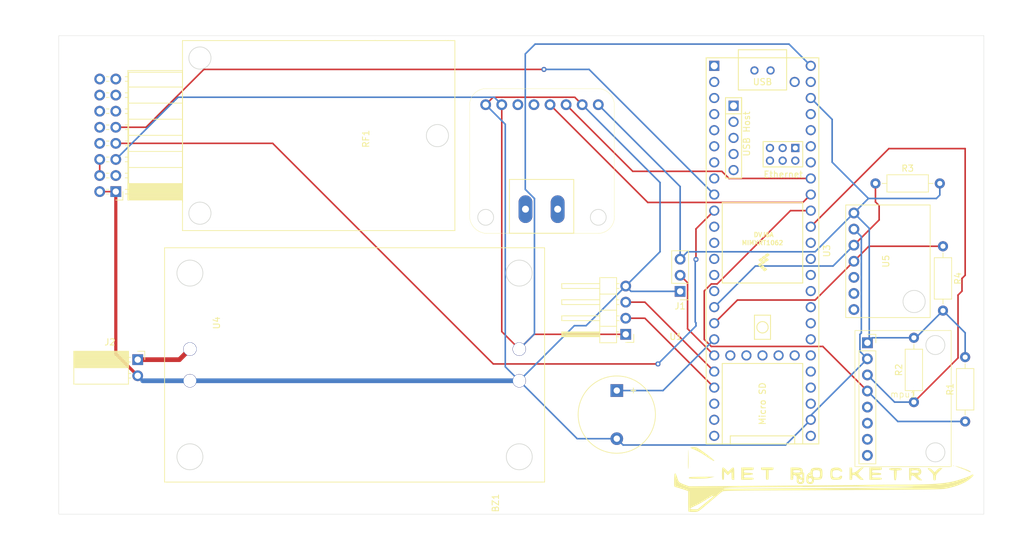
<source format=kicad_pcb>
(kicad_pcb (version 20240108) (generator "pcbnew") (generator_version "8.0")
  (title_block (title "Metrocketry PCB ") (date "2024-02-22") (rev "3") (company "Toronto Metropolitan University"))
  (layers (0 "F.Cu" signal) (31 "B.Cu" signal) (34 "B.Paste" user) (35 "F.Paste" user) (36 "B.SilkS" user "B.Silkscreen") (37 "F.SilkS" user "F.Silkscreen") (38 "B.Mask" user) (39 "F.Mask" user) (44 "Edge.Cuts" user))
  (net 0 "")
  (net 1 "GND")
  (net 2 "VCC")
  (net 3 "SCL1")
  (net 4 "SDA1")
  (net 5 "SCL")
  (net 6 "SDA")
  (net 7 "Net-(J2-Pin_1)")
  (net 8 "RX7")
  (net 9 "TX7")
  (net 10 "Net-(BZ1--)")
  (net 12 "Net-(J1-Pin_2)")
  (net 16 "SCL2")
  (net 17 "SDA2")
  (net 54 "T_VCC")
  (net 55 "RX2")
  (net 56 "TX2")
  (footprint "Resistor_THT:R_Axial_DIN0207_L6.3mm_D2.5mm_P10.16mm_Horizontal" (layer "F.Cu") (at 170.84 44)
    (property "Reference" "R3" (at 5.08 -2.37 0) (layer "F.SilkS"))
    (property "Value" "R-Device")
    (pad "1" thru_hole circle (at 0 0) (size 1.6 1.6) (drill 0.8) (layers "*.Cu" "*.Mask") (net 16 "SCL2"))
    (pad "2" thru_hole oval (at 10.16 0) (size 1.6 1.6) (drill 0.8) (layers "*.Cu" "*.Mask") (net 54 "T_VCC"))
  )
  (footprint "Resistor_THT:R_Axial_DIN0207_L6.3mm_D2.5mm_P10.16mm_Horizontal" (layer "F.Cu") (at 181.5 53.92 -90)
    (property "Reference" "R4" (at 5.08 -2.37 90) (layer "F.SilkS"))
    (property "Value" "R-Device")
    (pad "1" thru_hole circle (at 0 0 270) (size 1.6 1.6) (drill 0.8) (layers "*.Cu" "*.Mask") (net 17 "SDA2"))
    (pad "2" thru_hole oval (at 10.16 0 270) (size 1.6 1.6) (drill 0.8) (layers "*.Cu" "*.Mask") (net 54 "T_VCC"))
  )
  (footprint "Connector_PinSocket_2.54mm:PinSocket_1x02_P2.54mm_Horizontal" (layer "F.Cu") (at 54.360827 71.824495)
    (property "Reference" "J2" (at -4.38 -2.77 0) (layer "F.SilkS"))
    (property "Value" "battery_header")
    (pad "1" thru_hole rect (at 0 0) (size 1.7 1.7) (drill 1) (layers "*.Cu" "*.Mask") (net 7 "Net-(J2-Pin_1)"))
    (pad "2" thru_hole oval (at 0 2.54) (size 1.7 1.7) (drill 1) (layers "*.Cu" "*.Mask") (net 1 "GND"))
  )
  (footprint "teensy:Teensy41" (layer "F.Cu") (at 153.00386 54.643432 -90)
    (property "Reference" "U3" (at 0 -10.16 -90) (layer "F.SilkS"))
    (property "Value" "Teensy4.1")
    (fp_text user "Ethernet" (at -12.065 -3.2766 0) (layer "F.SilkS"))
    (fp_text user "USB Host" (at -18.4658 2.4892 -90) (layer "F.SilkS"))
    (fp_text user "MIMXRT1062" (at -1.27 0 180) (layer "F.SilkS") (effects (font (size 0.7 0.7))))
    (fp_text user "Micro SD" (at 24.13 0 -90) (layer "F.SilkS"))
    (fp_text user "USB" (at -26.67 0 180) (layer "F.SilkS"))
    (fp_text user "DVJ6A" (at -2.54 -0.18 180) (layer "F.SilkS") (effects (font (size 0.7 0.7))))
    (pad "+5V" thru_hole rect (at -22.9108 4.5692 270) (size 1.6 1.6) (drill 1.1) (layers "*.Cu" "*.Mask"))
    (pad "0" thru_hole circle (at -26.67 7.62 270) (size 1.6 1.6) (drill 1.1) (layers "*.Cu" "*.Mask"))
    (pad "1" thru_hole circle (at -24.13 7.62 270) (size 1.6 1.6) (drill 1.1) (layers "*.Cu" "*.Mask"))
    (pad "2" thru_hole circle (at -21.59 7.62 270) (size 1.6 1.6) (drill 1.1) (layers "*.Cu" "*.Mask"))
    (pad "3" thru_hole circle (at -19.05 7.62 270) (size 1.6 1.6) (drill 1.1) (layers "*.Cu" "*.Mask"))
    (pad "3.3V" thru_hole circle (at -24.13 -7.62 270) (size 1.6 1.6) (drill 1.1) (layers "*.Cu" "*.Mask"))
    (pad "3.3V" thru_hole circle (at 6.35 7.62 270) (size 1.6 1.6) (drill 1.1) (layers "*.Cu" "*.Mask"))
    (pad "3.3V" thru_hole circle (at 16.51 2.54 270) (size 1.6 1.6) (drill 1.1) (layers "*.Cu" "*.Mask"))
    (pad "4" thru_hole circle (at -16.51 7.62 270) (size 1.6 1.6) (drill 1.1) (layers "*.Cu" "*.Mask"))
    (pad "5" thru_hole circle (at -13.97 7.62 270) (size 1.6 1.6) (drill 1.1) (layers "*.Cu" "*.Mask"))
    (pad "6" thru_hole circle (at -11.43 7.62 270) (size 1.6 1.6) (drill 1.1) (layers "*.Cu" "*.Mask"))
    (pad "7" thru_hole circle (at -8.89 7.62 270) (size 1.6 1.6) (drill 1.1) (layers "*.Cu" "*.Mask") (net 55 "RX2"))
    (pad "8" thru_hole circle (at -6.35 7.62 270) (size 1.6 1.6) (drill 1.1) (layers "*.Cu" "*.Mask") (net 56 "TX2"))
    (pad "9" thru_hole circle (at -3.81 7.62 270) (size 1.6 1.6) (drill 1.1) (layers "*.Cu" "*.Mask"))
    (pad "10" thru_hole circle (at -1.27 7.62 270) (size 1.6 1.6) (drill 1.1) (layers "*.Cu" "*.Mask"))
    (pad "11" thru_hole circle (at 1.27 7.62 270) (size 1.6 1.6) (drill 1.1) (layers "*.Cu" "*.Mask"))
    (pad "12" thru_hole circle (at 3.81 7.62 270) (size 1.6 1.6) (drill 1.1) (layers "*.Cu" "*.Mask"))
    (pad "13" thru_hole circle (at 3.81 -7.62 270) (size 1.6 1.6) (drill 1.1) (layers "*.Cu" "*.Mask"))
    (pad "14" thru_hole circle (at 1.27 -7.62 270) (size 1.6 1.6) (drill 1.1) (layers "*.Cu" "*.Mask"))
    (pad "15" thru_hole circle (at -1.27 -7.62 270) (size 1.6 1.6) (drill 1.1) (layers "*.Cu" "*.Mask"))
    (pad "16" thru_hole circle (at -3.81 -7.62 270) (size 1.6 1.6) (drill 1.1) (layers "*.Cu" "*.Mask") (net 3 "SCL1"))
    (pad "17" thru_hole circle (at -6.35 -7.62 270) (size 1.6 1.6) (drill 1.1) (layers "*.Cu" "*.Mask") (net 4 "SDA1"))
    (pad "18" thru_hole circle (at -8.89 -7.62 270) (size 1.6 1.6) (drill 1.1) (layers "*.Cu" "*.Mask") (net 6 "SDA"))
    (pad "19" thru_hole circle (at -11.43 -7.62 270) (size 1.6 1.6) (drill 1.1) (layers "*.Cu" "*.Mask") (net 5 "SCL"))
    (pad "20" thru_hole circle (at -13.97 -7.62 270) (size 1.6 1.6) (drill 1.1) (layers "*.Cu" "*.Mask"))
    (pad "21" thru_hole circle (at -16.51 -7.62 270) (size 1.6 1.6) (drill 1.1) (layers "*.Cu" "*.Mask"))
    (pad "22" thru_hole circle (at -19.05 -7.62 270) (size 1.6 1.6) (drill 1.1) (layers "*.Cu" "*.Mask"))
    (pad "23" thru_hole circle (at -21.59 -7.62 270) (size 1.6 1.6) (drill 1.1) (layers "*.Cu" "*.Mask"))
    (pad "24" thru_hole circle (at 8.89 7.62 270) (size 1.6 1.6) (drill 1.1) (layers "*.Cu" "*.Mask") (net 16 "SCL2"))
    (pad "25" thru_hole circle (at 11.43 7.62 270) (size 1.6 1.6) (drill 1.1) (layers "*.Cu" "*.Mask") (net 17 "SDA2"))
    (pad "26" thru_hole circle (at 13.97 7.62 270) (size 1.6 1.6) (drill 1.1) (layers "*.Cu" "*.Mask") (net 10 "Net-(BZ1--)"))
    (pad "27" thru_hole circle (at 16.51 7.62 270) (size 1.6 1.6) (drill 1.1) (layers "*.Cu" "*.Mask") (net 12 "Net-(J1-Pin_2)"))
    (pad "28" thru_hole circle (at 19.05 7.62 270) (size 1.6 1.6) (drill 1.1) (layers "*.Cu" "*.Mask") (net 8 "RX7"))
    (pad "29" thru_hole circle (at 21.59 7.62 270) (size 1.6 1.6) (drill 1.1) (layers "*.Cu" "*.Mask") (net 9 "TX7"))
    (pad "30" thru_hole circle (at 24.13 7.62 270) (size 1.6 1.6) (drill 1.1) (layers "*.Cu" "*.Mask"))
    (pad "31" thru_hole circle (at 26.67 7.62 270) (size 1.6 1.6) (drill 1.1) (layers "*.Cu" "*.Mask"))
    (pad "32" thru_hole circle (at 29.21 7.62 270) (size 1.6 1.6) (drill 1.1) (layers "*.Cu" "*.Mask"))
    (pad "33" thru_hole circle (at 29.21 -7.62 270) (size 1.6 1.6) (drill 1.1) (layers "*.Cu" "*.Mask"))
    (pad "34" thru_hole circle (at 26.67 -7.62 270) (size 1.6 1.6) (drill 1.1) (layers "*.Cu" "*.Mask") (net 1 "GND"))
    (pad "35" thru_hole circle (at 24.13 -7.62 270) (size 1.6 1.6) (drill 1.1) (layers "*.Cu" "*.Mask"))
    (pad "36" thru_hole circle (at 21.59 -7.62 270) (size 1.6 1.6) (drill 1.1) (layers "*.Cu" "*.Mask"))
    (pad "37" thru_hole circle (at 19.05 -7.62 270) (size 1.6 1.6) (drill 1.1) (layers "*.Cu" "*.Mask"))
    (pad "38" thru_hole circle (at 16.51 -7.62 270) (size 1.6 1.6) (drill 1.1) (layers "*.Cu" "*.Mask"))
    (pad "39" thru_hole circle (at 13.97 -7.62 270) (size 1.6 1.6) (drill 1.1) (layers "*.Cu" "*.Mask"))
    (pad "40" thru_hole circle (at 11.43 -7.62 270) (size 1.6 1.6) (drill 1.1) (layers "*.Cu" "*.Mask"))
    (pad "41" thru_hole circle (at 8.89 -7.62 270) (size 1.6 1.6) (drill 1.1) (layers "*.Cu" "*.Mask"))
    (pad "49" thru_hole circle (at -26.67 -5.08 270) (size 1.6 1.6) (drill 1.1) (layers "*.Cu" "*.Mask"))
    (pad "66" thru_hole circle (at -28.48 -1.27 270) (size 1.3 1.3) (drill 0.8) (layers "*.Cu" "*.Mask"))
    (pad "67" thru_hole circle (at -28.48 1.27 270) (size 1.3 1.3) (drill 0.8) (layers "*.Cu" "*.Mask"))
    (pad "D+" thru_hole circle (at -17.8308 4.5692 270) (size 1.6 1.6) (drill 1.1) (layers "*.Cu" "*.Mask"))
    (pad "D-" thru_hole circle (at -20.3708 4.5692 270) (size 1.6 1.6) (drill 1.1) (layers "*.Cu" "*.Mask"))
    (pad "GND" thru_hole rect (at -29.21 7.62 270) (size 1.6 1.6) (drill 1.1) (layers "*.Cu" "*.Mask"))
    (pad "GND" thru_hole circle (at -26.67 -7.62 270) (size 1.6 1.6) (drill 1.1) (layers "*.Cu" "*.Mask"))
    (pad "GND" thru_hole circle (at -15.2908 4.5692 270) (size 1.6 1.6) (drill 1.1) (layers "*.Cu" "*.Mask"))
    (pad "GND" thru_hole circle (at -14.24 -3.1816 270) (size 1.3 1.3) (drill 0.8) (layers "*.Cu" "*.Mask"))
    (pad "GND" thru_hole circle (at -12.7508 4.5692 270) (size 1.6 1.6) (drill 1.1) (layers "*.Cu" "*.Mask"))
    (pad "GND" thru_hole circle (at 6.35 -7.62 270) (size 1.6 1.6) (drill 1.1) (layers "*.Cu" "*.Mask"))
    (pad "GND" thru_hole circle (at 16.51 0 270) (size 1.6 1.6) (drill 1.1) (layers "*.Cu" "*.Mask"))
    (pad "LED" thru_hole circle (at -16.24 -3.1816 270) (size 1.3 1.3) (drill 0.8) (layers "*.Cu" "*.Mask"))
    (pad "On/Off" thru_hole circle (at 16.51 -5.08 270) (size 1.6 1.6) (drill 1.1) (layers "*.Cu" "*.Mask"))
    (pad "Program" thru_hole circle (at 16.51 -2.54 270) (size 1.6 1.6) (drill 1.1) (layers "*.Cu" "*.Mask"))
    (pad "RX+" thru_hole rect (at -16.24 -5.1816 270) (size 1.3 1.3) (drill 0.8) (layers "*.Cu" "*.Mask"))
    (pad "RX-" thru_hole circle (at -14.24 -5.1816 270) (size 1.3 1.3) (drill 0.8) (layers "*.Cu" "*.Mask"))
    (pad "TX+" thru_hole circle (at -14.24 -1.1816 270) (size 1.3 1.3) (drill 0.8) (layers "*.Cu" "*.Mask"))
    (pad "TX-" thru_hole circle (at -16.24 -1.1816 270) (size 1.3 1.3) (drill 0.8) (layers "*.Cu" "*.Mask"))
    (pad "VBAT" thru_hole circle (at 16.51 5.08 270) (size 1.6 1.6) (drill 1.1) (layers "*.Cu" "*.Mask"))
    (pad "VIN" thru_hole circle (at -29.21 -7.62 270) (size 1.6 1.6) (drill 1.1) (layers "*.Cu" "*.Mask"))
  )
  (footprint "Connector_PinHeader_2.54mm:PinHeader_1x03_P2.54mm_Vertical" (layer "F.Cu") (at 140 61.04 180)
    (property "Reference" "J1" (at 0 -2.33 0) (layer "F.SilkS"))
    (property "Value" "buzzer_toggle_pin")
    (pad "1" thru_hole rect (at 0 0 180) (size 1.7 1.7) (drill 1) (layers "*.Cu" "*.Mask") (net 1 "GND"))
    (pad "2" thru_hole oval (at 0 2.54 180) (size 1.7 1.7) (drill 1) (layers "*.Cu" "*.Mask") (net 12 "Net-(J1-Pin_2)"))
    (pad "3" thru_hole oval (at 0 5.08 180) (size 1.7 1.7) (drill 1) (layers "*.Cu" "*.Mask") (net 54 "T_VCC"))
  )
  (footprint "ms5611:1x07" (layer "F.Cu") (at 163.60566 56.288966 -90)
    (property "Reference" "U5" (at 0 -8.89 90) (layer "F.SilkS"))
    (property "Value" "MS5611")
    (fp_circle (center 6.35 -13.335) (end 8.1 -13.335) (stroke (width 0.1)) (fill none) (layer "Edge.Cuts"))
    (pad "1" thru_hole circle (at -7.62 -3.83 180) (size 1.7 1.7) (drill 1.02) (layers "*.Cu" "*.Mask") (net 54 "T_VCC"))
    (pad "2" thru_hole circle (at -5.08 -3.83 180) (size 1.7 1.7) (drill 1.02) (layers "*.Cu" "*.Mask") (net 1 "GND"))
    (pad "3" thru_hole circle (at -2.54 -3.83 180) (size 1.7 1.7) (drill 1.02) (layers "*.Cu" "*.Mask") (net 16 "SCL2"))
    (pad "4" thru_hole circle (at 0 -3.83 180) (size 1.7 1.7) (drill 1.02) (layers "*.Cu" "*.Mask") (net 17 "SDA2"))
    (pad "5" thru_hole circle (at 2.54 -3.83 180) (size 1.7 1.7) (drill 1.02) (layers "*.Cu" "*.Mask"))
    (pad "6" thru_hole circle (at 5.08 -3.83 180) (size 1.7 1.7) (drill 1.02) (layers "*.Cu" "*.Mask"))
    (pad "7" thru_hole circle (at 7.62 -3.83 180) (size 1.7 1.7) (drill 1.02) (layers "*.Cu" "*.Mask"))
  )
  (footprint "Buzzer_Beeper:Buzzer_12x9.5RM7.6" (layer "F.Cu") (at 130 76.7 -90)
    (property "Reference" "BZ1" (at 17.754464 19.130483 -90) (layer "F.SilkS"))
    (property "Value" "Buzzer-Device")
    (fp_text user "+" (at -0.01 -2.54 -90) (layer "F.SilkS"))
    (pad "1" thru_hole rect (at 0 0 270) (size 2 2) (drill 1) (layers "*.Cu" "*.Mask") (net 10 "Net-(BZ1--)"))
    (pad "2" thru_hole circle (at 7.6 0 270) (size 2 2) (drill 1) (layers "*.Cu" "*.Mask") (net 1 "GND"))
  )
  (footprint "bn220_gps:BN220" (layer "F.Cu") (at 113.920697 52.951246)
    (property "Reference" "U1" (at 25.4 15.24 0) (layer "F.SilkS"))
    (property "Value" "BN220-GPS")
    (pad "1" thru_hole rect (at 17.490109 14.87099 180) (size 1.7 1.7) (drill 1) (layers "*.Mask" "F.Cu" "In1.Cu" "B.Cu") (net 2 "VCC"))
    (pad "2" thru_hole oval (at 17.490109 12.33099 180) (size 1.7 1.7) (drill 1) (layers "*.Mask" "F.Cu" "In1.Cu" "B.Cu") (net 9 "TX7"))
    (pad "3" thru_hole oval (at 17.490109 9.79099 180) (size 1.7 1.7) (drill 1) (layers "*.Mask" "F.Cu" "In1.Cu" "B.Cu") (net 8 "RX7"))
    (pad "4" thru_hole oval (at 17.490109 7.25099 180) (size 1.7 1.7) (drill 1) (layers "*.Mask" "F.Cu" "In1.Cu" "B.Cu") (net 1 "GND"))
  )
  (footprint "logo:RRC_logo" (layer "F.Cu") (at 159.724459 90.621103)
    (property "Reference" "U6" (at 0 0 0) (layer "F.SilkS") (effects (font (size 1.524 1.524) (thickness 0.3))))
    (property "Value" "logo" (hide yes))
  )
  (footprint "Resistor_THT:R_Axial_DIN0207_L6.3mm_D2.5mm_P10.16mm_Horizontal" (layer "F.Cu") (at 185 81.58 90)
    (property "Reference" "R1" (at 5.08 -2.37 90) (layer "F.SilkS"))
    (property "Value" "R-Device")
    (pad "1" thru_hole circle (at 0 0 90) (size 1.6 1.6) (drill 0.8) (layers "*.Cu" "*.Mask") (net 4 "SDA1"))
    (pad "2" thru_hole oval (at 10.16 0 90) (size 1.6 1.6) (drill 0.8) (layers "*.Cu" "*.Mask") (net 54 "T_VCC"))
  )
  (footprint "VoltReg:voltReg" (layer "F.Cu") (at 58.603648 54.155674)
    (property "Reference" "U4" (at 8.227802 11.861043 90) (layer "F.SilkS"))
    (property "Value" "voltReg")
    (fp_circle (center 4 4) (end 6.05 4) (stroke (width 0.1)) (fill none) (layer "Edge.Cuts"))
    (fp_circle (center 4 33) (end 6.05 33) (stroke (width 0.1)) (fill none) (layer "Edge.Cuts"))
    (fp_circle (center 56 4) (end 58.05 4) (stroke (width 0.1)) (fill none) (layer "Edge.Cuts"))
    (fp_circle (center 56 33) (end 58.05 33) (stroke (width 0.1)) (fill none) (layer "Edge.Cuts"))
    (pad "1" thru_hole circle (at 4 16) (size 2.1 2.1) (drill 2) (layers "*.Cu" "*.Mask") (net 7 "Net-(J2-Pin_1)"))
    (pad "2" thru_hole circle (at 4 21) (size 2.1 2.1) (drill 2) (layers "*.Cu" "*.Mask") (net 1 "GND"))
    (pad "3" thru_hole circle (at 56 16) (size 2.1 2.1) (drill 2) (layers "*.Cu" "*.Mask") (net 2 "VCC"))
    (pad "4" thru_hole circle (at 56 21) (size 2.1 2.1) (drill 2) (layers "*.Cu" "*.Mask") (net 1 "GND"))
  )
  (footprint "INA260:INA260" (layer "F.Cu") (at 118.109867 40.229657 180)
    (property "Reference" "U2" (hide yes))
    (property "Value" "INA260")
    (fp_circle (center 8.811033 -9.11818) (end 10.061033 -9.11818) (stroke (width 0.1)) (fill none) (layer "Edge.Cuts"))
    (fp_circle (center -8.968967 -9.11818) (end -7.718967 -9.11818) (stroke (width 0.1)) (fill none) (layer "Edge.Cuts"))
    (pad "1" thru_hole oval (at -2.554341 -7.835128 270) (size 4.3688 2.1844) (drill 1.1) (layers "*.Cu" "*.Mask"))
    (pad "2" thru_hole oval (at 2.525659 -7.835128 270) (size 4.3688 2.1844) (drill 1.1) (layers "*.Cu" "*.Mask"))
    (pad "3" thru_hole circle (at -8.968967 8.66182 270) (size 1.7 1.7) (drill 1) (layers "*.Cu" "*.Mask") (net 54 "T_VCC"))
    (pad "4" thru_hole circle (at -6.428967 8.66182 270) (size 1.7 1.7) (drill 1) (layers "*.Cu" "*.Mask") (net 1 "GND"))
    (pad "5" thru_hole circle (at -3.888967 8.66182 270) (size 1.7 1.7) (drill 1) (layers "*.Cu" "*.Mask") (net 5 "SCL"))
    (pad "6" thru_hole circle (at -1.348967 8.66182 270) (size 1.7 1.7) (drill 1) (layers "*.Cu" "*.Mask") (net 6 "SDA"))
    (pad "7" thru_hole circle (at 1.191033 8.66182 270) (size 1.7 1.7) (drill 1) (layers "*.Cu" "*.Mask"))
    (pad "8" thru_hole circle (at 3.731033 8.66182 270) (size 1.7 1.7) (drill 1) (layers "*.Cu" "*.Mask"))
    (pad "9" thru_hole circle (at 6.271033 8.66182 270) (size 1.7 1.7) (drill 1) (layers "*.Cu" "*.Mask") (net 2 "VCC"))
    (pad "10" thru_hole circle (at 8.811033 8.66182 270) (size 1.7 1.7) (drill 1) (layers "*.Cu" "*.Mask") (net 1 "GND"))
  )
  (footprint "rfd900+:RFD900+" (layer "F.Cu") (at 61.433073 21.450447 -90)
    (property "Reference" "RF1" (at 15.51 -28.97 -90) (layer "F.SilkS"))
    (property "Value" "RFD900+-RF_Module")
    (fp_circle (center 2.75 -2.75) (end 4.5 -2.75) (stroke (width 0.1)) (fill none) (layer "Edge.Cuts"))
    (fp_circle (center 27.25 -2.75) (end 29 -2.75) (stroke (width 0.1)) (fill none) (layer "Edge.Cuts"))
    (fp_circle (center 15 -40.25) (end 16.75 -40.25) (stroke (width 0.1)) (fill none) (layer "Edge.Cuts"))
    (pad "+5V" thru_hole oval (at 21.30226 13.07188) (size 1.7 1.7) (drill 1) (layers "*.Cu" "*.Mask"))
    (pad "+5VUSB" thru_hole oval (at 18.76226 10.53188) (size 1.7 1.7) (drill 1) (layers "*.Cu" "*.Mask") (net 2 "VCC"))
    (pad "+5VUSB" thru_hole oval (at 18.76226 13.07188) (size 1.7 1.7) (drill 1) (layers "*.Cu" "*.Mask"))
    (pad "GND" thru_hole oval (at 6.06226 13.07188) (size 1.7 1.7) (drill 1) (layers "*.Cu" "*.Mask"))
    (pad "GND" thru_hole rect (at 23.84226 10.53188) (size 1.7 1.7) (drill 1) (layers "*.Cu" "*.Mask"))
    (pad "GND" thru_hole oval (at 23.84226 13.07188) (size 1.7 1.7) (drill 1) (layers "*.Cu" "*.Mask"))
    (pad "P0.1" thru_hole oval (at 8.60226 10.53188) (size 1.7 1.7) (drill 1) (layers "*.Cu" "*.Mask"))
    (pad "P2.0" thru_hole oval (at 8.60226 13.07188) (size 1.7 1.7) (drill 1) (layers "*.Cu" "*.Mask"))
    (pad "P2.1" thru_hole oval (at 11.14226 13.07188) (size 1.7 1.7) (drill 1) (layers "*.Cu" "*.Mask"))
    (pad "P2.2" thru_hole oval (at 13.68226 13.07188) (size 1.7 1.7) (drill 1) (layers "*.Cu" "*.Mask"))
    (pad "P2.3" thru_hole oval (at 16.22226 13.07188) (size 1.7 1.7) (drill 1) (layers "*.Cu" "*.Mask"))
    (pad "P2.6" thru_hole oval (at 6.06226 10.53188) (size 1.7 1.7) (drill 1) (layers "*.Cu" "*.Mask"))
    (pad "SICTS" thru_hole oval (at 21.30226 10.53188) (size 1.7 1.7) (drill 1) (layers "*.Cu" "*.Mask"))
    (pad "SIRTS" thru_hole oval (at 11.14226 10.53188) (size 1.7 1.7) (drill 1) (layers "*.Cu" "*.Mask"))
    (pad "SIRX" thru_hole oval (at 16.22226 10.53188) (size 1.7 1.7) (drill 1) (layers "*.Cu" "*.Mask") (net 56 "TX2"))
    (pad "SITX" thru_hole oval (at 13.68226 10.53188) (size 1.7 1.7) (drill 1) (layers "*.Cu" "*.Mask"))
  )
  (footprint "MPU6050:MPU6050" (layer "F.Cu") (at 175.217686 77.79212)
    (property "Reference" "mpu1" (at 0 -0.5 0) (layer "F.SilkS") (effects (font (thickness 0.1))))
    (property "Value" "~")
    (fp_circle (center 5.08 -8.28) (end 6.58 -8.28) (stroke (width 0.1)) (fill none) (layer "Edge.Cuts"))
    (fp_circle (center 5.08 8.66) (end 6.58 8.66) (stroke (width 0.1)) (fill none) (layer "Edge.Cuts"))
    (pad "1" thru_hole rect (at -5.653271 -8.637533) (size 1.7 1.7) (drill 1) (layers "*.Cu" "*.Mask") (net 54 "T_VCC"))
    (pad "2" thru_hole oval (at -5.653271 -6.097533) (size 1.7 1.7) (drill 1) (layers "*.Cu" "*.Mask") (net 1 "GND"))
    (pad "3" thru_hole oval (at -5.653271 -3.557533) (size 1.7 1.7) (drill 1) (layers "*.Cu" "*.Mask") (net 3 "SCL1"))
    (pad "4" thru_hole oval (at -5.653271 -1.017533) (size 1.7 1.7) (drill 1) (layers "*.Cu" "*.Mask") (net 4 "SDA1"))
    (pad "5" thru_hole oval (at -5.653271 1.522467) (size 1.7 1.7) (drill 1) (layers "*.Cu" "*.Mask"))
    (pad "6" thru_hole oval (at -5.653271 4.062467) (size 1.7 1.7) (drill 1) (layers "*.Cu" "*.Mask"))
    (pad "7" thru_hole oval (at -5.653271 6.602467) (size 1.7 1.7) (drill 1) (layers "*.Cu" "*.Mask"))
    (pad "8" thru_hole oval (at -5.653271 9.142467) (size 1.7 1.7) (drill 1) (layers "*.Cu" "*.Mask"))
  )
  (footprint "Resistor_THT:R_Axial_DIN0207_L6.3mm_D2.5mm_P10.16mm_Horizontal" (layer "F.Cu") (at 176.905953 78.524833 90)
    (property "Reference" "R2" (at 5.08 -2.37 90) (layer "F.SilkS"))
    (property "Value" "R-Device")
    (pad "1" thru_hole circle (at 0 0 90) (size 1.6 1.6) (drill 0.8) (layers "*.Cu" "*.Mask") (net 3 "SCL1"))
    (pad "2" thru_hole oval (at 10.16 0 90) (size 1.6 1.6) (drill 0.8) (layers "*.Cu" "*.Mask") (net 54 "T_VCC"))
  )
  (gr_rect (start 41.91 20.656715) (end 187.96 96.21) (stroke (width 0.05)) (fill none) (layer "Edge.Cuts"))
  (segment (start 48.361193 40.212707) (end 48.361193 42.752707) (width 0.25) (layer "F.Cu") (net 0))
  (segment (start 50.901193 45.292707) (end 50.901193 70.904861) (width 0.5) (layer "F.Cu") (net 1))
  (segment (start 123.363834 30.392837) (end 110.473834 30.392837) (width 0.25) (layer "F.Cu") (net 1))
  (segment (start 110.473834 30.392837) (end 109.298834 31.567837) (width 0.25) (layer "F.Cu") (net 1))
  (segment (start 124.538834 31.567837) (end 123.363834 30.392837) (width 0.25) (layer "F.Cu") (net 1))
  (segment (start 50.901193 70.904861) (end 54.360827 74.364495) (width 0.5) (layer "F.Cu") (net 1))
  (segment (start 50.901193 45.292707) (end 48.361193 45.292707) (width 0.25) (layer "F.Cu") (net 1))
  (segment (start 169.564415 71.694587) (end 160.305662 80.95334) (width 0.25) (layer "B.Cu") (net 1))
  (segment (start 132.24857 61.04) (end 131.410806 60.202236) (width 0.25) (layer "B.Cu") (net 1))
  (segment (start 125.155806 66.457236) (end 131.092608 60.520434) (width 0.25) (layer "B.Cu") (net 1))
  (segment (start 136.828042 43.857045) (end 124.538834 31.567837) (width 0.25) (layer "B.Cu") (net 1))
  (segment (start 130 84.3) (end 131 85.3) (width 0.25) (layer "B.Cu") (net 1))
  (segment (start 136.828042 54.785) (end 136.828042 43.857045) (width 0.25) (layer "B.Cu") (net 1))
  (segment (start 112.395767 72.947793) (end 114.603648 75.155674) (width 0.25) (layer "B.Cu") (net 1))
  (segment (start 131 85.3) (end 156.637292 85.3) (width 0.25) (layer "B.Cu") (net 1))
  (segment (start 123.302086 66.457236) (end 125.155806 66.457236) (width 0.25) (layer "B.Cu") (net 1))
  (segment (start 168.61066 67.61066) (end 168.389415 67.831905) (width 0.25) (layer "B.Cu") (net 1))
  (segment (start 114.603648 75.155674) (end 123.302086 66.457236) (width 0.25) (layer "B.Cu") (net 1))
  (segment (start 55.152006 75.155674) (end 54.360827 74.364495) (width 0.25) (layer "B.Cu") (net 1))
  (segment (start 130 84.3) (end 123.747974 84.3) (width 0.25) (layer "B.Cu") (net 1))
  (segment (start 160.305662 80.95334) (end 160.305662 80.995234) (width 0.25) (layer "B.Cu") (net 1))
  (segment (start 131.410806 60.202236) (end 136.828042 54.785) (width 0.25) (layer "B.Cu") (net 1))
  (segment (start 109.298834 31.567837) (end 112.395767 34.66477) (width 0.25) (layer "B.Cu") (net 1))
  (segment (start 168.389415 67.831905) (end 168.389415 70.519587) (width 0.25) (layer "B.Cu") (net 1))
  (segment (start 123.747974 84.3) (end 114.603648 75.155674) (width 0.25) (layer "B.Cu") (net 1))
  (segment (start 168.389415 70.519587) (end 169.564415 71.694587) (width 0.25) (layer "B.Cu") (net 1))
  (segment (start 62.603648 75.155674) (end 114.603648 75.155674) (width 0.75) (layer "B.Cu") (net 1))
  (segment (start 140 61.04) (end 132.24857 61.04) (width 0.25) (layer "B.Cu") (net 1))
  (segment (start 112.395767 34.66477) (end 112.395767 72.947793) (width 0.25) (layer "B.Cu") (net 1))
  (segment (start 156.637292 85.3) (end 160.62386 81.313432) (width 0.25) (layer "B.Cu") (net 1))
  (segment (start 62.603648 75.155674) (end 55.152006 75.155674) (width 0.75) (layer "B.Cu") (net 1))
  (segment (start 168.61066 52.383966) (end 168.61066 67.61066) (width 0.25) (layer "B.Cu") (net 1))
  (segment (start 167.43566 51.208966) (end 168.61066 52.383966) (width 0.25) (layer "B.Cu") (net 1))
  (segment (start 111.838834 67.39086) (end 114.603648 70.155674) (width 0.25) (layer "F.Cu") (net 2))
  (segment (start 116.937086 67.822236) (end 114.603648 70.155674) (width 0.25) (layer "F.Cu") (net 2))
  (segment (start 131.410806 67.822236) (end 116.937086 67.822236) (width 0.25) (layer "F.Cu") (net 2))
  (segment (start 111.838834 31.567837) (end 111.838834 67.39086) (width 0.25) (layer "F.Cu") (net 2))
  (segment (start 117.001408 67.757914) (end 114.603648 70.155674) (width 0.25) (layer "B.Cu") (net 2))
  (segment (start 50.901193 40.212707) (end 60.721063 30.392837) (width 0.25) (layer "B.Cu") (net 2))
  (segment (start 160.62386 25.433432) (end 157.190428 22) (width 0.25) (layer "B.Cu") (net 2))
  (segment (start 110.663834 30.392837) (end 111.838834 31.567837) (width 0.25) (layer "B.Cu") (net 2))
  (segment (start 117.107668 22) (end 115.553834 23.553834) (width 0.25) (layer "B.Cu") (net 2))
  (segment (start 115.553834 23.553834) (end 115.553834 44.937988) (width 0.25) (layer "B.Cu") (net 2))
  (segment (start 157.190428 22) (end 117.107668 22) (width 0.25) (layer "B.Cu") (net 2))
  (segment (start 115.553834 44.937988) (end 117.001408 46.385562) (width 0.25) (layer "B.Cu") (net 2))
  (segment (start 60.721063 30.392837) (end 110.663834 30.392837) (width 0.25) (layer "B.Cu") (net 2))
  (segment (start 117.001408 46.385562) (end 117.001408 67.757914) (width 0.25) (layer "B.Cu") (net 2))
  (segment (start 183.875 61.625) (end 183.875 71.555786) (width 0.25) (layer "F.Cu") (net 3))
  (segment (start 184.5 61) (end 183.875 61.625) (width 0.25) (layer "F.Cu") (net 3))
  (segment (start 184.5 59) (end 184.5 61) (width 0.25) (layer "F.Cu") (net 3))
  (segment (start 183.875 71.555786) (end 176.905953 78.524833) (width 0.25) (layer "F.Cu") (net 3))
  (segment (start 185 38.5) (end 185 58.5) (width 0.25) (layer "F.Cu") (net 3))
  (segment (start 185 58.5) (end 184.5 59) (width 0.25) (layer "F.Cu") (net 3))
  (segment (start 172.957292 38.5) (end 185 38.5) (width 0.25) (layer "F.Cu") (net 3))
  (segment (start 160.62386 50.833432) (end 172.957292 38.5) (width 0.25) (layer "F.Cu") (net 3))
  (segment (start 173.854661 78.524833) (end 169.564415 74.234587) (width 0.25) (layer "B.Cu") (net 3))
  (segment (start 176.905953 78.524833) (end 173.854661 78.524833) (width 0.25) (layer "B.Cu") (net 3))
  (segment (start 143.80886 60.977441) (end 144.917869 59.868432) (width 0.25) (layer "F.Cu") (net 4))
  (segment (start 145.849851 59.868432) (end 157.424851 48.293432) (width 0.25) (layer "F.Cu") (net 4))
  (segment (start 144.917869 59.868432) (end 145.849851 59.868432) (width 0.25) (layer "F.Cu") (net 4))
  (segment (start 162.52826 69.738432) (end 144.917869 69.738432) (width 0.25) (layer "F.Cu") (net 4))
  (segment (start 144.917869 69.738432) (end 143.80886 68.629423) (width 0.25) (layer "F.Cu") (net 4))
  (segment (start 169.564415 76.774587) (end 162.52826 69.738432) (width 0.25) (layer "F.Cu") (net 4))
  (segment (start 143.80886 68.629423) (end 143.80886 60.977441) (width 0.25) (layer "F.Cu") (net 4))
  (segment (start 157.424851 48.293432) (end 160.62386 48.293432) (width 0.25) (layer "F.Cu") (net 4))
  (segment (start 174.369828 81.58) (end 169.564415 76.774587) (width 0.25) (layer "B.Cu") (net 4))
  (segment (start 185 81.58) (end 174.369828 81.58) (width 0.25) (layer "B.Cu") (net 4))
  (segment (start 147.713432 43.213432) (end 160.62386 43.213432) (width 0.25) (layer "F.Cu") (net 5))
  (segment (start 121.998834 31.567837) (end 132.519429 42.088432) (width 0.25) (layer "F.Cu") (net 5))
  (segment (start 146.588432 42.088432) (end 147.713432 43.213432) (width 0.25) (layer "F.Cu") (net 5))
  (segment (start 132.519429 42.088432) (end 146.588432 42.088432) (width 0.25) (layer "F.Cu") (net 5))
  (segment (start 159.377292 47) (end 160.62386 45.753432) (width 0.25) (layer "F.Cu") (net 6))
  (segment (start 134.890997 47) (end 159.377292 47) (width 0.25) (layer "F.Cu") (net 6))
  (segment (start 119.458834 31.567837) (end 134.890997 47) (width 0.25) (layer "F.Cu") (net 6))
  (segment (start 60.934827 71.824495) (end 62.603648 70.155674) (width 0.75) (layer "F.Cu") (net 7))
  (segment (start 54.360827 71.824495) (end 60.934827 71.824495) (width 0.75) (layer "F.Cu") (net 7))
  (segment (start 131.410806 62.742236) (end 134.432664 62.742236) (width 0.25) (layer "F.Cu") (net 8))
  (segment (start 134.432664 62.742236) (end 145.38386 73.693432) (width 0.25) (layer "F.Cu") (net 8))
  (segment (start 131.410806 65.282236) (end 134.432664 65.282236) (width 0.25) (layer "F.Cu") (net 9))
  (segment (start 134.432664 65.282236) (end 145.38386 76.233432) (width 0.25) (layer "F.Cu") (net 9))
  (segment (start 137.297292 76.7) (end 145.38386 68.613432) (width 0.25) (layer "B.Cu") (net 10))
  (segment (start 130 76.7) (end 137.297292 76.7) (width 0.25) (layer "B.Cu") (net 10))
  (segment (start 141.175 59.675) (end 141.175 66.944572) (width 0.25) (layer "F.Cu") (net 12))
  (segment (start 140 58.5) (end 141.175 59.675) (width 0.25) (layer "F.Cu") (net 12))
  (segment (start 141.175 66.944572) (end 145.38386 71.153432) (width 0.25) (layer "F.Cu") (net 12))
  (segment (start 170.84 46.92) (end 170.84 44) (width 0.25) (layer "F.Cu") (net 16))
  (segment (start 171.42 47.5) (end 171.42 49.764626) (width 0.25) (layer "F.Cu") (net 16))
  (segment (start 171.42 49.764626) (end 167.43566 53.748966) (width 0.25) (layer "F.Cu") (net 16))
  (segment (start 171.42 47.5) (end 170.84 46.92) (width 0.25) (layer "F.Cu") (net 16))
  (segment (start 151.87886 57.038432) (end 145.38386 63.533432) (width 0.25) (layer "B.Cu") (net 16))
  (segment (start 167.43566 53.748966) (end 164.146194 57.038432) (width 0.25) (layer "B.Cu") (net 16))
  (segment (start 164.146194 57.038432) (end 151.87886 57.038432) (width 0.25) (layer "B.Cu") (net 16))
  (segment (start 181.5 53.92) (end 169.804626 53.92) (width 0.25) (layer "F.Cu") (net 17))
  (segment (start 149.04886 62.408432) (end 145.38386 66.073432) (width 0.25) (layer "F.Cu") (net 17))
  (segment (start 167.43566 56.288966) (end 161.316194 62.408432) (width 0.25) (layer "F.Cu") (net 17))
  (segment (start 169.804626 53.92) (end 167.43566 56.288966) (width 0.25) (layer "F.Cu") (net 17))
  (segment (start 161.316194 62.408432) (end 149.04886 62.408432) (width 0.25) (layer "F.Cu") (net 17))
  (segment (start 176.905953 68.364833) (end 170.354169 68.364833) (width 0.25) (layer "B.Cu") (net 54))
  (segment (start 185 67.58) (end 181.5 64.08) (width 0.25) (layer "B.Cu") (net 54))
  (segment (start 127.078834 31.567837) (end 140 44.489003) (width 0.25) (layer "B.Cu") (net 54))
  (segment (start 140 55.96) (end 141.171568 54.788432) (width 0.25) (layer "B.Cu") (net 54))
  (segment (start 164 33.889572) (end 164 40.645374) (width 0.25) (layer "B.Cu") (net 54))
  (segment (start 160.62386 30.513432) (end 164 33.889572) (width 0.25) (layer "B.Cu") (net 54))
  (segment (start 169.859501 68.859501) (end 169.859501 51.092807) (width 0.25) (layer "B.Cu") (net 54))
  (segment (start 181 44) (end 181 45.83) (width 0.25) (layer "B.Cu") (net 54))
  (segment (start 177.215167 68.364833) (end 176.905953 68.364833) (width 0.25) (layer "B.Cu") (net 54))
  (segment (start 185 71.42) (end 185 67.58) (width 0.25) (layer "B.Cu") (net 54))
  (segment (start 181 45.83) (end 180.455 46.375) (width 0.25) (layer "B.Cu") (net 54))
  (segment (start 169.564415 69.154587) (end 169.859501 68.859501) (width 0.25) (layer "B.Cu") (net 54))
  (segment (start 140 44.489003) (end 140 55.96) (width 0.25) (layer "B.Cu") (net 54))
  (segment (start 164 40.645374) (end 169.729626 46.375) (width 0.25) (layer "B.Cu") (net 54))
  (segment (start 181.5 64.08) (end 177.215167 68.364833) (width 0.25) (layer "B.Cu") (net 54))
  (segment (start 167.43566 48.668966) (end 169.729626 46.375) (width 0.25) (layer "B.Cu") (net 54))
  (segment (start 169.729626 46.375) (end 180.455 46.375) (width 0.25) (layer "B.Cu") (net 54))
  (segment (start 141.171568 54.788432) (end 161.316194 54.788432) (width 0.25) (layer "B.Cu") (net 54))
  (segment (start 169.859501 51.092807) (end 167.43566 48.668966) (width 0.25) (layer "B.Cu") (net 54))
  (segment (start 161.316194 54.788432) (end 167.43566 48.668966) (width 0.25) (layer "B.Cu") (net 54))
  (segment (start 170.354169 68.364833) (end 169.564415 69.154587) (width 0.25) (layer "B.Cu") (net 54))
  (segment (start 55.67105 35.132707) (end 50.901193 35.132707) (width 0.25) (layer "F.Cu") (net 55))
  (segment (start 118.5 26) (end 64.803757 26) (width 0.25) (layer "F.Cu") (net 55))
  (segment (start 64.803757 26) (end 55.67105 35.132707) (width 0.25) (layer "F.Cu") (net 55))
  (via (at 118.5 26) (size 0.8) (drill 0.4) (layers "F.Cu" "B.Cu") (net 55))
  (segment (start 125.630428 26) (end 118.5 26) (width 0.25) (layer "B.Cu") (net 55))
  (segment (start 145.38386 45.753432) (end 125.630428 26) (width 0.25) (layer "B.Cu") (net 55))
  (segment (start 75.672707 37.672707) (end 110.5 72.5) (width 0.25) (layer "F.Cu") (net 56))
  (segment (start 50.901193 37.672707) (end 75.672707 37.672707) (width 0.25) (layer "F.Cu") (net 56))
  (segment (start 142.5 51.177292) (end 145.38386 48.293432) (width 0.25) (layer "F.Cu") (net 56))
  (segment (start 110.5 72.5) (end 136.5 72.5) (width 0.25) (layer "F.Cu") (net 56))
  (segment (start 142.5 56) (end 142.5 51.177292) (width 0.25) (layer "F.Cu") (net 56))
  (via (at 142.5 56) (size 0.8) (drill 0.4) (layers "F.Cu" "B.Cu") (net 56))
  (via (at 136.5 72.5) (size 0.8) (drill 0.4) (layers "F.Cu" "B.Cu") (net 56))
  (segment (start 142.383269 55.987021) (end 142.37029 56) (width 0.25) (layer "B.Cu") (net 56))
  (segment (start 142.37029 56) (end 142.5 56) (width 0.25) (layer "B.Cu") (net 56))
  (segment (start 142.5 66.5) (end 142.5 66) (width 0.25) (layer "B.Cu") (net 56))
  (segment (start 142.383269 65.883269) (end 142.383269 55.987021) (width 0.25) (layer "B.Cu") (net 56))
  (segment (start 142.5 55.87029) (end 142.551073 55.819217) (width 0.25) (layer "B.Cu") (net 56))
  (segment (start 136.5 72.5) (end 142.5 66.5) (width 0.25) (layer "B.Cu") (net 56))
  (segment (start 142.5 66) (end 142.383269 65.883269) (width 0.25) (layer "B.Cu") (net 56))
  (segment (start 142.5 56) (end 142.5 55.87029) (width 0.25) (layer "B.Cu") (net 56))
)
</source>
